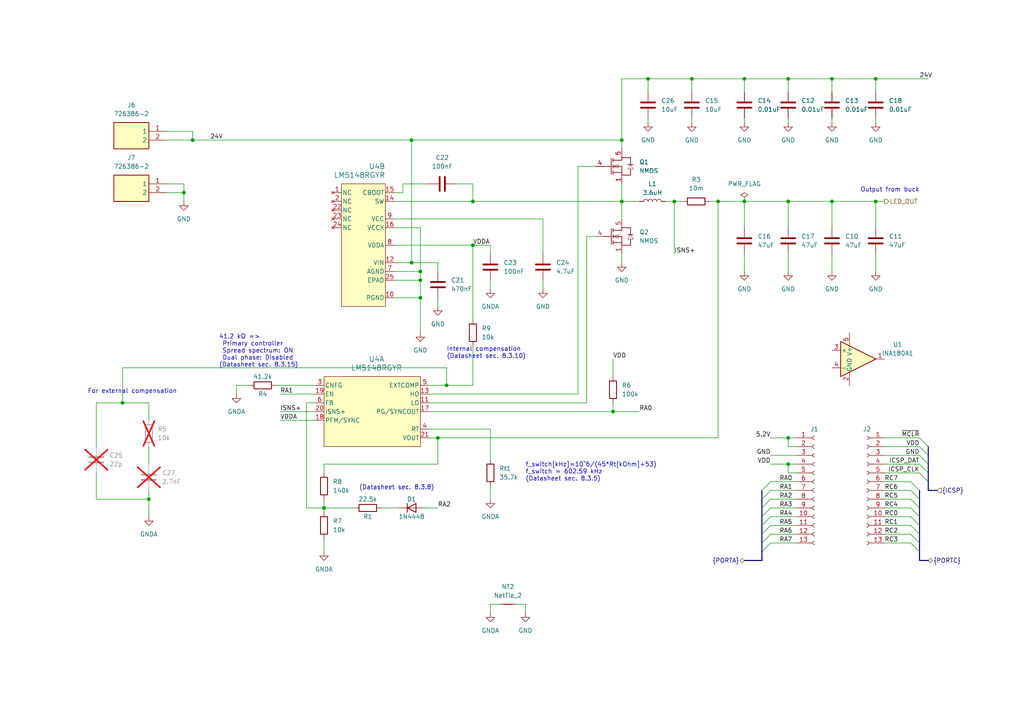
<source format=kicad_sch>
(kicad_sch (version 20230121) (generator eeschema)
  (paper "A4")
  (lib_symbols
    (symbol "Amplifier_Current:INA180A1" (pin_names (offset 0.127))
      (property "Reference" "U" (at 3.81 3.81 0))
      (property "Value" "INA180A1" (at 3.81 -2.54 0))
      (symbol "INA180A1_0_1"
        (polyline (pts (xy 5.08 0) (xy -5.08 5.08) (xy -5.08 -5.08) (xy 5.08 0)) (stroke (width 0.254)) (fill (type background)))
      )
      (symbol "INA180A1_1_1"
        (pin output line (at 7.62 0 180) (length 2.54) (name "~") (number "1"))
        (pin power_in line (at -2.54 -7.62 90) (length 3.81) (name "GND") (number "2"))
        (pin input line (at -7.62 2.54 0) (length 2.54) (name "+") (number "3"))
        (pin input line (at -7.62 -2.54 0) (length 2.54) (name "-") (number "4"))
        (pin power_in line (at -2.54 7.62 270) (length 3.81) (name "V+") (number "5"))
      )
    )
    (symbol "CSD18514Q5A_1" (pin_names (offset 0.254))
      (property "Reference" "Q1" (at 7.62 1.27 0))
      (property "Value" "NMOS" (at 7.62 -1.27 0))
      (symbol "CSD18514Q5A_1_0_1"
        (polyline (pts (xy -2.54 0) (xy -0.508 0)) (stroke (width 0.2032)))
        (polyline (pts (xy -0.508 2.286) (xy -0.508 -2.286)) (stroke (width 0.2032)))
        (polyline (pts (xy 0 -2.286) (xy 0 -1.27)) (stroke (width 0.2032)))
        (polyline (pts (xy 0 -0.508) (xy 0 0.508)) (stroke (width 0.2032)))
        (polyline (pts (xy 0 0) (xy 1.524 -0.508)) (stroke (width 0.1016)))
        (polyline (pts (xy 0 2.286) (xy 0 1.27)) (stroke (width 0.2032)))
        (polyline (pts (xy 1.524 -0.508) (xy 1.524 0.508)) (stroke (width 0.1016)))
        (polyline (pts (xy 1.524 0.508) (xy 0 0)) (stroke (width 0.1016)))
        (polyline (pts (xy 2.54 -2.54) (xy 5.08 -2.54)) (stroke (width 0.2032)))
        (polyline (pts (xy 2.54 -1.778) (xy 0 -1.778)) (stroke (width 0.2032)))
        (polyline (pts (xy 2.54 0) (xy 0 0)) (stroke (width 0.2032)))
        (polyline (pts (xy 2.54 0) (xy 2.54 -2.54)) (stroke (width 0.2032)))
        (polyline (pts (xy 2.54 1.778) (xy 0 1.778)) (stroke (width 0.2032)))
        (polyline (pts (xy 2.54 1.778) (xy 2.54 2.54)) (stroke (width 0.2032)))
        (polyline (pts (xy 2.54 2.54) (xy 5.08 2.54)) (stroke (width 0.2032)))
        (polyline (pts (xy 4.318 -0.762) (xy 5.842 -0.762)) (stroke (width 0.1016)))
        (polyline (pts (xy 4.318 0.508) (xy 5.842 0.508)) (stroke (width 0.2032)))
        (polyline (pts (xy 5.08 -2.54) (xy 5.08 -0.762)) (stroke (width 0.2032)))
        (polyline (pts (xy 5.08 0.508) (xy 4.318 -0.762)) (stroke (width 0.1016)))
        (polyline (pts (xy 5.08 2.54) (xy 5.08 0.508)) (stroke (width 0.2032)))
        (polyline (pts (xy 5.842 -0.762) (xy 5.08 0.508)) (stroke (width 0.1016)))
      )
      (symbol "CSD18514Q5A_1_1_1"
        (pin unspecified line (at 2.54 -5.08 90) (length 2.53) (name "") (number "1"))
        (pin unspecified line (at 2.54 -5.08 90) (length 2.53) hide (name "S") (number "2"))
        (pin unspecified line (at 2.54 -5.08 90) (length 2.53) hide (name "S") (number "3"))
        (pin unspecified line (at -5.08 0 0) (length 2.53) (name "") (number "4"))
        (pin unspecified line (at 2.54 5.08 270) (length 2.53) (name "") (number "5"))
        (pin unspecified line (at 2.54 5.08 270) (length 2.53) hide (name "D") (number "6"))
        (pin unspecified line (at 2.54 5.08 270) (length 2.53) hide (name "D") (number "7"))
        (pin unspecified line (at 2.54 5.08 270) (length 2.53) hide (name "D") (number "8"))
        (pin unspecified line (at 2.54 5.08 270) (length 2.53) hide (name "") (number "9"))
      )
    )
    (symbol "Connector:Conn_01x13_Socket" (pin_names (offset 1.016) hide)
      (property "Reference" "J" (at 0 17.78 0))
      (property "Value" "Conn_01x13_Socket" (at 0 -17.78 0))
      (symbol "Conn_01x13_Socket_1_1"
        (arc (start 0 -14.732) (mid -0.5058 -15.24) (end 0 -15.748) (stroke (width 0.1524)))
        (arc (start 0 -12.192) (mid -0.5058 -12.7) (end 0 -13.208) (stroke (width 0.1524)))
        (arc (start 0 -9.652) (mid -0.5058 -10.16) (end 0 -10.668) (stroke (width 0.1524)))
        (arc (start 0 -7.112) (mid -0.5058 -7.62) (end 0 -8.128) (stroke (width 0.1524)))
        (arc (start 0 -4.572) (mid -0.5058 -5.08) (end 0 -5.588) (stroke (width 0.1524)))
        (arc (start 0 -2.032) (mid -0.5058 -2.54) (end 0 -3.048) (stroke (width 0.1524)))
        (polyline (pts (xy -1.27 -15.24) (xy -0.508 -15.24)) (stroke (width 0.1524)))
        (polyline (pts (xy -1.27 -12.7) (xy -0.508 -12.7)) (stroke (width 0.1524)))
        (polyline (pts (xy -1.27 -10.16) (xy -0.508 -10.16)) (stroke (width 0.1524)))
        (polyline (pts (xy -1.27 -7.62) (xy -0.508 -7.62)) (stroke (width 0.1524)))
        (polyline (pts (xy -1.27 -5.08) (xy -0.508 -5.08)) (stroke (width 0.1524)))
        (polyline (pts (xy -1.27 -2.54) (xy -0.508 -2.54)) (stroke (width 0.1524)))
        (polyline (pts (xy -1.27 0) (xy -0.508 0)) (stroke (width 0.1524)))
        (polyline (pts (xy -1.27 2.54) (xy -0.508 2.54)) (stroke (width 0.1524)))
        (polyline (pts (xy -1.27 5.08) (xy -0.508 5.08)) (stroke (width 0.1524)))
        (polyline (pts (xy -1.27 7.62) (xy -0.508 7.62)) (stroke (width 0.1524)))
        (polyline (pts (xy -1.27 10.16) (xy -0.508 10.16)) (stroke (width 0.1524)))
        (polyline (pts (xy -1.27 12.7) (xy -0.508 12.7)) (stroke (width 0.1524)))
        (polyline (pts (xy -1.27 15.24) (xy -0.508 15.24)) (stroke (width 0.1524)))
        (arc (start 0 0.508) (mid -0.5058 0) (end 0 -0.508) (stroke (width 0.1524)))
        (arc (start 0 3.048) (mid -0.5058 2.54) (end 0 2.032) (stroke (width 0.1524)))
        (arc (start 0 5.588) (mid -0.5058 5.08) (end 0 4.572) (stroke (width 0.1524)))
        (arc (start 0 8.128) (mid -0.5058 7.62) (end 0 7.112) (stroke (width 0.1524)))
        (arc (start 0 10.668) (mid -0.5058 10.16) (end 0 9.652) (stroke (width 0.1524)))
        (arc (start 0 13.208) (mid -0.5058 12.7) (end 0 12.192) (stroke (width 0.1524)))
        (arc (start 0 15.748) (mid -0.5058 15.24) (end 0 14.732) (stroke (width 0.1524)))
        (pin passive line (at -5.08 15.24 0) (length 3.81) (name "Pin_1") (number "1"))
        (pin passive line (at -5.08 -7.62 0) (length 3.81) (name "Pin_10") (number "10"))
        (pin passive line (at -5.08 -10.16 0) (length 3.81) (name "Pin_11") (number "11"))
        (pin passive line (at -5.08 -12.7 0) (length 3.81) (name "Pin_12") (number "12"))
        (pin passive line (at -5.08 -15.24 0) (length 3.81) (name "Pin_13") (number "13"))
        (pin passive line (at -5.08 12.7 0) (length 3.81) (name "Pin_2") (number "2"))
        (pin passive line (at -5.08 10.16 0) (length 3.81) (name "Pin_3") (number "3"))
        (pin passive line (at -5.08 7.62 0) (length 3.81) (name "Pin_4") (number "4"))
        (pin passive line (at -5.08 5.08 0) (length 3.81) (name "Pin_5") (number "5"))
        (pin passive line (at -5.08 2.54 0) (length 3.81) (name "Pin_6") (number "6"))
        (pin passive line (at -5.08 0 0) (length 3.81) (name "Pin_7") (number "7"))
        (pin passive line (at -5.08 -2.54 0) (length 3.81) (name "Pin_8") (number "8"))
        (pin passive line (at -5.08 -5.08 0) (length 3.81) (name "Pin_9") (number "9"))
      )
    )
    (symbol "Device:C" (pin_numbers hide) (pin_names (offset 0.254))
      (property "Reference" "C" (at 0.635 2.54 0))
      (property "Value" "C" (at 0.635 -2.54 0))
      (symbol "C_0_1"
        (polyline (pts (xy -2.032 -0.762) (xy 2.032 -0.762)) (stroke (width 0.508)))
        (polyline (pts (xy -2.032 0.762) (xy 2.032 0.762)) (stroke (width 0.508)))
      )
      (symbol "C_1_1"
        (pin passive line (at 0 3.81 270) (length 2.794) (name "~") (number "1"))
        (pin passive line (at 0 -3.81 90) (length 2.794) (name "~") (number "2"))
      )
    )
    (symbol "Device:L" (pin_numbers hide) (pin_names (offset 1.016) hide)
      (property "Reference" "L" (at -1.27 0 90))
      (property "Value" "L" (at 1.905 0 90))
      (symbol "L_0_1"
        (arc (start 0 -2.54) (mid 0.6323 -1.905) (end 0 -1.27))
        (arc (start 0 -1.27) (mid 0.6323 -0.635) (end 0 0))
        (arc (start 0 0) (mid 0.6323 0.635) (end 0 1.27))
        (arc (start 0 1.27) (mid 0.6323 1.905) (end 0 2.54))
      )
      (symbol "L_1_1"
        (pin passive line (at 0 3.81 270) (length 1.27) (name "1") (number "1"))
        (pin passive line (at 0 -3.81 90) (length 1.27) (name "2") (number "2"))
      )
    )
    (symbol "Device:NetTie_2" (pin_numbers hide) (pin_names (offset 0) hide) (in_bom no)
      (property "Reference" "NT" (at 0 1.27 0))
      (property "Value" "NetTie_2" (at 0 -1.27 0))
      (symbol "NetTie_2_0_1"
        (polyline (pts (xy -1.27 0) (xy 1.27 0)) (stroke (width 0.254)))
      )
      (symbol "NetTie_2_1_1"
        (pin passive line (at -2.54 0 0) (length 2.54) (name "1") (number "1"))
        (pin passive line (at 2.54 0 180) (length 2.54) (name "2") (number "2"))
      )
    )
    (symbol "Device:R" (pin_numbers hide) (pin_names (offset 0))
      (property "Reference" "R" (at 2.032 0 90))
      (property "Value" "R" (at 0 0 90))
      (symbol "R_0_1"
        (rectangle (start -1.016 -2.54) (end 1.016 2.54) (stroke (width 0.254)))
      )
      (symbol "R_1_1"
        (pin passive line (at 0 3.81 270) (length 1.27) (name "~") (number "1"))
        (pin passive line (at 0 -3.81 90) (length 1.27) (name "~") (number "2"))
      )
    )
    (symbol "Diode:1N4448" (pin_numbers hide) (pin_names hide)
      (property "Reference" "D" (at 0 2.54 0))
      (property "Value" "1N4448" (at 0 -2.54 0))
      (symbol "1N4448_0_1"
        (polyline (pts (xy -1.27 1.27) (xy -1.27 -1.27)) (stroke (width 0.254)))
        (polyline (pts (xy 1.27 0) (xy -1.27 0)))
        (polyline (pts (xy 1.27 1.27) (xy 1.27 -1.27) (xy -1.27 0) (xy 1.27 1.27)) (stroke (width 0.254)))
      )
      (symbol "1N4448_1_1"
        (pin passive line (at -3.81 0 0) (length 2.54) (name "K") (number "1"))
        (pin passive line (at 3.81 0 180) (length 2.54) (name "A") (number "2"))
      )
    )
    (symbol "FASTON:726386-2"
      (property "Reference" "J" (at 16.51 7.62 0))
      (property "Value" "726386-2" (at 16.51 5.08 0))
      (symbol "726386-2_1_1"
        (rectangle (start 5.08 2.54) (end 15.24 -5.08) (stroke (width 0.254)) (fill (type background)))
        (pin passive line (at 0 0 0) (length 5.08) (name "1") (number "1"))
        (pin passive line (at 0 -2.54 0) (length 5.08) (name "2") (number "2"))
      )
    )
    (symbol "LM5148:LM5148RGYR" (pin_names (offset 0.254))
      (property "Reference" "U" (at 1.094 19.6949 0))
      (property "Value" "LM5148RGYR" (at 1.8042 17.1499 0))
      (symbol "LM5148RGYR_1_1"
        (rectangle (start -15.24 10.16) (end 12.7 -10.16) (fill (type background)))
        (pin output line (at 15.24 2.54 180) (length 2.54) (name "LO") (number "11"))
        (pin output line (at 15.24 5.08 180) (length 2.54) (name "HO") (number "13"))
        (pin output line (at 15.24 0 180) (length 2.54) (name "PG/SYNCOUT") (number "17"))
        (pin input line (at -17.78 -2.54 0) (length 2.54) (name "PFM/SYNC") (number "18"))
        (pin input line (at -17.78 5.08 0) (length 2.54) (name "EN") (number "19"))
        (pin input line (at -17.78 0 0) (length 2.54) (name "ISNS+") (number "20"))
        (pin unspecified line (at 15.24 -7.62 180) (length 2.54) (name "VOUT") (number "21"))
        (pin input line (at -17.78 7.62 0) (length 2.54) (name "CNFG") (number "3"))
        (pin output line (at 15.24 -5.08 180) (length 2.54) (name "RT") (number "4"))
        (pin output line (at 15.24 7.62 180) (length 2.54) (name "EXTCOMP") (number "5"))
        (pin input line (at -17.78 2.54 0) (length 2.54) (name "FB") (number "6"))
      )
      (symbol "LM5148RGYR_2_1"
        (rectangle (start -5.08 15.24) (end 7.62 -20.32) (fill (type background)))
        (pin no_connect line (at 10.16 12.7 180) (length 2.54) (name "NC") (number "1"))
        (pin power_out line (at -7.62 -17.78 0) (length 2.54) (name "PGND") (number "10"))
        (pin power_in line (at -7.62 -7.62 0) (length 2.54) (name "VIN") (number "12"))
        (pin power_out line (at -7.62 10.16 0) (length 2.54) (name "SW") (number "14"))
        (pin power_out line (at -7.62 12.7 0) (length 2.54) (name "CBOOT") (number "15"))
        (pin power_in line (at -7.62 2.54 0) (length 2.54) (name "VCCX") (number "16"))
        (pin no_connect line (at 10.16 10.16 180) (length 2.54) (name "NC") (number "2"))
        (pin no_connect line (at 10.16 7.62 180) (length 2.54) (name "NC") (number "22"))
        (pin no_connect line (at 10.16 5.08 180) (length 2.54) (name "NC") (number "23"))
        (pin no_connect line (at 10.16 2.54 180) (length 2.54) (name "NC") (number "24"))
        (pin power_out line (at -7.62 -12.7 0) (length 2.54) (name "EPAD") (number "25"))
        (pin power_out line (at -7.62 -10.16 0) (length 2.54) (name "AGND") (number "7"))
        (pin output line (at -7.62 -2.54 0) (length 2.54) (name "VDDA") (number "8"))
        (pin power_out line (at -7.62 5.08 0) (length 2.54) (name "VCC") (number "9"))
      )
    )
    (symbol "LM5148RGYR_1" (pin_names (offset 0.254))
      (property "Reference" "U" (at 1.094 19.6949 0))
      (property "Value" "LM5148RGYR" (at 1.8042 17.1499 0))
      (symbol "LM5148RGYR_1_1_1"
        (rectangle (start -15.24 10.16) (end 12.7 -10.16) (fill (type background)))
        (pin output line (at 15.24 2.54 180) (length 2.54) (name "LO") (number "11"))
        (pin output line (at 15.24 5.08 180) (length 2.54) (name "HO") (number "13"))
        (pin output line (at 15.24 0 180) (length 2.54) (name "PG/SYNCOUT") (number "17"))
        (pin input line (at -17.78 -2.54 0) (length 2.54) (name "PFM/SYNC") (number "18"))
        (pin input line (at -17.78 5.08 0) (length 2.54) (name "EN") (number "19"))
        (pin input line (at -17.78 0 0) (length 2.54) (name "ISNS+") (number "20"))
        (pin unspecified line (at 15.24 -7.62 180) (length 2.54) (name "VOUT") (number "21"))
        (pin input line (at -17.78 7.62 0) (length 2.54) (name "CNFG") (number "3"))
        (pin output line (at 15.24 -5.08 180) (length 2.54) (name "RT") (number "4"))
        (pin output line (at 15.24 7.62 180) (length 2.54) (name "EXTCOMP") (number "5"))
        (pin input line (at -17.78 2.54 0) (length 2.54) (name "FB") (number "6"))
      )
      (symbol "LM5148RGYR_1_2_1"
        (rectangle (start -5.08 15.24) (end 7.62 -20.32) (fill (type background)))
        (pin no_connect line (at 10.16 12.7 180) (length 2.54) (name "NC") (number "1"))
        (pin power_out line (at -7.62 -17.78 0) (length 2.54) (name "PGND") (number "10"))
        (pin power_in line (at -7.62 -7.62 0) (length 2.54) (name "VIN") (number "12"))
        (pin power_out line (at -7.62 10.16 0) (length 2.54) (name "SW") (number "14"))
        (pin power_out line (at -7.62 12.7 0) (length 2.54) (name "CBOOT") (number "15"))
        (pin power_in line (at -7.62 2.54 0) (length 2.54) (name "VCCX") (number "16"))
        (pin no_connect line (at 10.16 10.16 180) (length 2.54) (name "NC") (number "2"))
        (pin no_connect line (at 10.16 7.62 180) (length 2.54) (name "NC") (number "22"))
        (pin no_connect line (at 10.16 5.08 180) (length 2.54) (name "NC") (number "23"))
        (pin no_connect line (at 10.16 2.54 180) (length 2.54) (name "NC") (number "24"))
        (pin power_out line (at -7.62 -12.7 0) (length 2.54) (name "EPAD") (number "25"))
        (pin power_out line (at -7.62 -10.16 0) (length 2.54) (name "AGND") (number "7"))
        (pin output line (at -7.62 -2.54 0) (length 2.54) (name "VDDA") (number "8"))
        (pin power_out line (at -7.62 5.08 0) (length 2.54) (name "VCC") (number "9"))
      )
    )
    (symbol "NMOS-CSD18514:CSD18514Q5A" (pin_names (offset 0.254))
      (property "Reference" "U" (at 0 2.54 0))
      (property "Value" "CSD18514Q5A" (at 12.7 5.08 0))
      (symbol "CSD18514Q5A_0_1"
        (polyline (pts (xy -2.54 0) (xy -0.508 0)) (stroke (width 0.2032)))
        (polyline (pts (xy -0.508 2.286) (xy -0.508 -2.286)) (stroke (width 0.2032)))
        (polyline (pts (xy 0 -2.286) (xy 0 -1.27)) (stroke (width 0.2032)))
        (polyline (pts (xy 0 -0.508) (xy 0 0.508)) (stroke (width 0.2032)))
        (polyline (pts (xy 0 0) (xy 1.524 -0.508)) (stroke (width 0.1016)))
        (polyline (pts (xy 0 2.286) (xy 0 1.27)) (stroke (width 0.2032)))
        (polyline (pts (xy 1.524 -0.508) (xy 1.524 0.508)) (stroke (width 0.1016)))
        (polyline (pts (xy 1.524 0.508) (xy 0 0)) (stroke (width 0.1016)))
        (polyline (pts (xy 2.54 -2.54) (xy 5.08 -2.54)) (stroke (width 0.2032)))
        (polyline (pts (xy 2.54 -1.778) (xy 0 -1.778)) (stroke (width 0.2032)))
        (polyline (pts (xy 2.54 0) (xy 0 0)) (stroke (width 0.2032)))
        (polyline (pts (xy 2.54 0) (xy 2.54 -2.54)) (stroke (width 0.2032)))
        (polyline (pts (xy 2.54 1.778) (xy 0 1.778)) (stroke (width 0.2032)))
        (polyline (pts (xy 2.54 1.778) (xy 2.54 2.54)) (stroke (width 0.2032)))
        (polyline (pts (xy 2.54 2.54) (xy 5.08 2.54)) (stroke (width 0.2032)))
        (polyline (pts (xy 4.318 -0.762) (xy 5.842 -0.762)) (stroke (width 0.1016)))
        (polyline (pts (xy 4.318 0.508) (xy 5.842 0.508)) (stroke (width 0.2032)))
        (polyline (pts (xy 5.08 -2.54) (xy 5.08 -0.762)) (stroke (width 0.2032)))
        (polyline (pts (xy 5.08 0.508) (xy 4.318 -0.762)) (stroke (width 0.1016)))
        (polyline (pts (xy 5.08 2.54) (xy 5.08 0.508)) (stroke (width 0.2032)))
        (polyline (pts (xy 5.842 -0.762) (xy 5.08 0.508)) (stroke (width 0.1016)))
      )
      (symbol "CSD18514Q5A_1_1"
        (pin unspecified line (at 2.54 -5.08 90) (length 2.53) (name "") (number "1"))
        (pin unspecified line (at 2.54 -5.08 90) (length 2.53) hide (name "S") (number "2"))
        (pin unspecified line (at 2.54 -5.07 90) (length 2.53) hide (name "S") (number "3"))
        (pin unspecified line (at -5.08 0 0) (length 2.53) (name "") (number "4"))
        (pin unspecified line (at 2.54 5.08 270) (length 2.53) (name "") (number "5"))
        (pin unspecified line (at 2.54 5.08 270) (length 2.53) hide (name "D") (number "6"))
        (pin unspecified line (at 2.54 5.08 270) (length 2.53) hide (name "D") (number "7"))
        (pin unspecified line (at 2.54 5.08 270) (length 2.53) hide (name "D") (number "8"))
        (pin unspecified line (at 2.54 5.08 270) (length 2.53) hide (name "") (number "9"))
      )
    )
    (symbol "power:GND" (power) (pin_names (offset 0))
      (property "Value" "GND" (at 0 -3.81 0))
      (symbol "GND_0_1"
        (polyline (pts (xy 0 0) (xy 0 -1.27) (xy 1.27 -1.27) (xy 0 -2.54) (xy -1.27 -1.27) (xy 0 -1.27)))
      )
      (symbol "GND_1_1"
        (pin power_in line (at 0 0 270) (length 0) hide (name "GND") (number "1"))
      )
    )
    (symbol "power:GNDA" (power) (pin_names (offset 0))
      (property "Value" "GNDA" (at 0 -3.81 0))
      (symbol "GNDA_0_1"
        (polyline (pts (xy 0 0) (xy 0 -1.27) (xy 1.27 -1.27) (xy 0 -2.54) (xy -1.27 -1.27) (xy 0 -1.27)))
      )
      (symbol "GNDA_1_1"
        (pin power_in line (at 0 0 270) (length 0) hide (name "GNDA") (number "1"))
      )
    )
    (symbol "power:PWR_FLAG" (power) (pin_numbers hide) (pin_names (offset 0) hide)
      (property "Value" "PWR_FLAG" (at 0 3.81 0))
      (symbol "PWR_FLAG_0_0"
        (pin power_out line (at 0 0 90) (length 0) (name "pwr") (number "1"))
      )
      (symbol "PWR_FLAG_0_1"
        (polyline (pts (xy 0 0) (xy 0 1.27) (xy -1.016 1.905) (xy 0 2.54) (xy 1.016 1.905) (xy 0 1.27)))
      )
    )
  )
  (bus_alias "ICSP" (members "~{MCLR}" "VDD" "GND" "ICSP_DAT" "ICSP_CLK"))
  (bus_alias "PORTA" (members "RA0" "RA1" "RA2" "RA3" "RA4" "RA5" "RA6" "RA7"))
  (bus_alias "PORTC" (members "RC0" "RC1" "RC2" "RC3" "RC4" "RC5" "RC6" "RC7"))
  (junction (at 180.34 58.42))
  (junction (at 228.6 127))
  (junction (at 195.58 58.42))
  (junction (at 180.34 40.64))
  (junction (at 35.56 116.84))
  (junction (at 121.92 78.74))
  (junction (at 254 22.86))
  (junction (at 200.66 22.86))
  (junction (at 228.6 58.42))
  (junction (at 137.16 71.12))
  (junction (at 55.88 40.64))
  (junction (at 228.6 22.86))
  (junction (at 241.3 22.86))
  (junction (at 187.96 22.86))
  (junction (at 129.54 111.76))
  (junction (at 241.3 58.42))
  (junction (at 93.98 147.32))
  (junction (at 137.16 58.42))
  (junction (at 177.8 119.38))
  (junction (at 53.34 55.88))
  (junction (at 254 58.42))
  (junction (at 121.92 81.28))
  (junction (at 208.28 58.42))
  (junction (at 228.6 134.62))
  (junction (at 215.9 22.86))
  (junction (at 119.38 76.2))
  (junction (at 127 127))
  (junction (at 119.38 40.64))
  (junction (at 121.92 86.36))
  (junction (at 43.18 144.78))
  (junction (at 215.9 58.42))
  (bus_entry (at 223.52 152.4) (size -2.54 2.54))
  (bus_entry (at 223.52 139.7) (size -2.54 2.54))
  (bus_entry (at 223.52 147.32) (size -2.54 2.54))
  (bus_entry (at 264.16 157.48) (size 2.54 2.54))
  (bus_entry (at 264.16 144.78) (size 2.54 2.54))
  (bus_entry (at 223.52 149.86) (size -2.54 2.54))
  (bus_entry (at 269.24 137.16) (size -2.54 -2.54))
  (bus_entry (at 223.52 142.24) (size -2.54 2.54))
  (bus_entry (at 264.16 154.94) (size 2.54 2.54))
  (bus_entry (at 269.24 134.62) (size -2.54 -2.54))
  (bus_entry (at 223.52 154.94) (size -2.54 2.54))
  (bus_entry (at 264.16 152.4) (size 2.54 2.54))
  (bus_entry (at 269.24 139.7) (size -2.54 -2.54))
  (bus_entry (at 223.52 157.48) (size -2.54 2.54))
  (bus_entry (at 223.52 144.78) (size -2.54 2.54))
  (bus_entry (at 269.24 132.08) (size -2.54 -2.54))
  (bus_entry (at 269.24 129.54) (size -2.54 -2.54))
  (bus_entry (at 264.16 142.24) (size 2.54 2.54))
  (bus_entry (at 264.16 139.7) (size 2.54 2.54))
  (bus_entry (at 264.16 147.32) (size 2.54 2.54))
  (bus_entry (at 264.16 149.86) (size 2.54 2.54))
  (wire (pts (xy 228.6 129.54) (xy 231.14 129.54)))
  (wire (pts (xy 187.96 22.86) (xy 187.96 26.67)))
  (wire (pts (xy 187.96 22.86) (xy 200.66 22.86)))
  (bus (pts (xy 269.24 137.16) (xy 269.24 134.62)))
  (wire (pts (xy 48.26 38.1) (xy 55.88 38.1)))
  (bus (pts (xy 220.98 149.86) (xy 220.98 152.4)))
  (wire (pts (xy 215.9 58.42) (xy 215.9 66.04)))
  (wire (pts (xy 43.18 144.78) (xy 43.18 142.24)))
  (wire (pts (xy 27.94 144.78) (xy 43.18 144.78)))
  (wire (pts (xy 228.6 22.86) (xy 241.3 22.86)))
  (wire (pts (xy 200.66 34.29) (xy 200.66 35.56)))
  (bus (pts (xy 220.98 152.4) (xy 220.98 154.94)))
  (wire (pts (xy 228.6 137.16) (xy 228.6 134.62)))
  (bus (pts (xy 266.7 157.48) (xy 266.7 160.02)))
  (wire (pts (xy 200.66 22.86) (xy 215.9 22.86)))
  (wire (pts (xy 177.8 104.14) (xy 177.8 109.22)))
  (wire (pts (xy 170.18 68.58) (xy 172.72 68.58)))
  (wire (pts (xy 256.54 157.48) (xy 264.16 157.48)))
  (wire (pts (xy 180.34 53.34) (xy 180.34 58.42)))
  (wire (pts (xy 157.48 81.28) (xy 157.48 83.82)))
  (wire (pts (xy 231.14 137.16) (xy 228.6 137.16)))
  (wire (pts (xy 266.7 137.16) (xy 256.54 137.16)))
  (wire (pts (xy 119.38 40.64) (xy 180.34 40.64)))
  (wire (pts (xy 114.3 58.42) (xy 137.16 58.42)))
  (wire (pts (xy 114.3 63.5) (xy 157.48 63.5)))
  (wire (pts (xy 228.6 22.86) (xy 228.6 26.67)))
  (wire (pts (xy 241.3 22.86) (xy 254 22.86)))
  (wire (pts (xy 53.34 55.88) (xy 53.34 53.34)))
  (wire (pts (xy 88.9 147.32) (xy 93.98 147.32)))
  (wire (pts (xy 256.54 147.32) (xy 264.16 147.32)))
  (wire (pts (xy 127 76.2) (xy 119.38 76.2)))
  (wire (pts (xy 256.54 154.94) (xy 264.16 154.94)))
  (wire (pts (xy 254 58.42) (xy 254 66.04)))
  (bus (pts (xy 269.24 142.24) (xy 271.78 142.24)))
  (wire (pts (xy 142.24 140.97) (xy 142.24 144.78)))
  (wire (pts (xy 256.54 149.86) (xy 264.16 149.86)))
  (wire (pts (xy 241.3 58.42) (xy 254 58.42)))
  (wire (pts (xy 115.57 147.32) (xy 110.49 147.32)))
  (wire (pts (xy 124.46 127) (xy 127 127)))
  (wire (pts (xy 223.52 154.94) (xy 231.14 154.94)))
  (wire (pts (xy 208.28 58.42) (xy 208.28 127)))
  (wire (pts (xy 231.14 134.62) (xy 228.6 134.62)))
  (bus (pts (xy 269.24 139.7) (xy 269.24 137.16)))
  (wire (pts (xy 223.52 142.24) (xy 231.14 142.24)))
  (wire (pts (xy 223.52 152.4) (xy 231.14 152.4)))
  (wire (pts (xy 266.7 129.54) (xy 256.54 129.54)))
  (wire (pts (xy 228.6 73.66) (xy 228.6 78.74)))
  (wire (pts (xy 121.92 81.28) (xy 121.92 86.36)))
  (wire (pts (xy 170.18 116.84) (xy 170.18 68.58)))
  (wire (pts (xy 215.9 22.86) (xy 215.9 26.67)))
  (wire (pts (xy 167.64 48.26) (xy 172.72 48.26)))
  (wire (pts (xy 43.18 116.84) (xy 43.18 121.92)))
  (bus (pts (xy 266.7 142.24) (xy 266.7 144.78)))
  (wire (pts (xy 180.34 58.42) (xy 185.42 58.42)))
  (wire (pts (xy 241.3 58.42) (xy 241.3 66.04)))
  (wire (pts (xy 208.28 58.42) (xy 215.9 58.42)))
  (wire (pts (xy 215.9 73.66) (xy 215.9 78.74)))
  (wire (pts (xy 88.9 116.84) (xy 88.9 147.32)))
  (bus (pts (xy 269.24 132.08) (xy 269.24 129.54)))
  (wire (pts (xy 215.9 58.42) (xy 228.6 58.42)))
  (wire (pts (xy 93.98 134.62) (xy 127 134.62)))
  (wire (pts (xy 27.94 129.54) (xy 27.94 116.84)))
  (bus (pts (xy 266.7 144.78) (xy 266.7 147.32)))
  (wire (pts (xy 228.6 127) (xy 228.6 129.54)))
  (wire (pts (xy 254 34.29) (xy 254 35.56)))
  (bus (pts (xy 220.98 154.94) (xy 220.98 157.48)))
  (wire (pts (xy 48.26 53.34) (xy 53.34 53.34)))
  (wire (pts (xy 116.84 55.88) (xy 116.84 53.34)))
  (wire (pts (xy 114.3 76.2) (xy 119.38 76.2)))
  (bus (pts (xy 220.98 142.24) (xy 220.98 144.78)))
  (wire (pts (xy 129.54 111.76) (xy 129.54 106.68)))
  (wire (pts (xy 35.56 116.84) (xy 43.18 116.84)))
  (wire (pts (xy 132.08 53.34) (xy 137.16 53.34)))
  (wire (pts (xy 114.3 78.74) (xy 121.92 78.74)))
  (wire (pts (xy 116.84 53.34) (xy 124.46 53.34)))
  (wire (pts (xy 114.3 71.12) (xy 137.16 71.12)))
  (bus (pts (xy 266.7 147.32) (xy 266.7 149.86)))
  (wire (pts (xy 266.7 134.62) (xy 256.54 134.62)))
  (wire (pts (xy 187.96 34.29) (xy 187.96 35.56)))
  (wire (pts (xy 124.46 124.46) (xy 142.24 124.46)))
  (wire (pts (xy 256.54 142.24) (xy 264.16 142.24)))
  (wire (pts (xy 193.04 58.42) (xy 195.58 58.42)))
  (wire (pts (xy 121.92 86.36) (xy 114.3 86.36)))
  (wire (pts (xy 123.19 147.32) (xy 127 147.32)))
  (wire (pts (xy 180.34 73.66) (xy 180.34 76.2)))
  (bus (pts (xy 220.98 157.48) (xy 220.98 160.02)))
  (bus (pts (xy 266.7 162.56) (xy 269.24 162.56)))
  (wire (pts (xy 124.46 114.3) (xy 167.64 114.3)))
  (wire (pts (xy 223.52 147.32) (xy 231.14 147.32)))
  (wire (pts (xy 27.94 137.16) (xy 27.94 144.78)))
  (wire (pts (xy 53.34 58.42) (xy 53.34 55.88)))
  (wire (pts (xy 167.64 114.3) (xy 167.64 48.26)))
  (wire (pts (xy 137.16 53.34) (xy 137.16 58.42)))
  (wire (pts (xy 200.66 22.86) (xy 200.66 26.67)))
  (bus (pts (xy 220.98 144.78) (xy 220.98 147.32)))
  (wire (pts (xy 241.3 73.66) (xy 241.3 78.74)))
  (wire (pts (xy 81.28 121.92) (xy 91.44 121.92)))
  (wire (pts (xy 256.54 139.7) (xy 264.16 139.7)))
  (wire (pts (xy 254 22.86) (xy 254 26.67)))
  (wire (pts (xy 180.34 58.42) (xy 180.34 63.5)))
  (wire (pts (xy 81.28 119.38) (xy 91.44 119.38)))
  (wire (pts (xy 68.58 111.76) (xy 68.58 114.3)))
  (wire (pts (xy 80.01 111.76) (xy 91.44 111.76)))
  (wire (pts (xy 228.6 127) (xy 223.52 127)))
  (wire (pts (xy 142.24 175.26) (xy 144.78 175.26)))
  (wire (pts (xy 124.46 119.38) (xy 177.8 119.38)))
  (wire (pts (xy 208.28 58.42) (xy 205.74 58.42)))
  (wire (pts (xy 127 127) (xy 127 134.62)))
  (wire (pts (xy 149.86 175.26) (xy 152.4 175.26)))
  (wire (pts (xy 142.24 73.66) (xy 142.24 71.12)))
  (wire (pts (xy 223.52 149.86) (xy 231.14 149.86)))
  (bus (pts (xy 266.7 160.02) (xy 266.7 162.56)))
  (wire (pts (xy 27.94 116.84) (xy 35.56 116.84)))
  (wire (pts (xy 55.88 38.1) (xy 55.88 40.64)))
  (wire (pts (xy 241.3 22.86) (xy 241.3 26.67)))
  (wire (pts (xy 223.52 157.48) (xy 231.14 157.48)))
  (wire (pts (xy 35.56 106.68) (xy 35.56 116.84)))
  (wire (pts (xy 223.52 139.7) (xy 231.14 139.7)))
  (wire (pts (xy 129.54 111.76) (xy 124.46 111.76)))
  (wire (pts (xy 137.16 100.33) (xy 137.16 111.76)))
  (wire (pts (xy 93.98 144.78) (xy 93.98 147.32)))
  (wire (pts (xy 43.18 144.78) (xy 43.18 149.86)))
  (wire (pts (xy 137.16 111.76) (xy 129.54 111.76)))
  (wire (pts (xy 195.58 58.42) (xy 198.12 58.42)))
  (wire (pts (xy 72.39 111.76) (xy 68.58 111.76)))
  (bus (pts (xy 269.24 134.62) (xy 269.24 132.08)))
  (wire (pts (xy 195.58 73.66) (xy 195.58 58.42)))
  (wire (pts (xy 142.24 81.28) (xy 142.24 83.82)))
  (wire (pts (xy 266.7 127) (xy 256.54 127)))
  (wire (pts (xy 121.92 78.74) (xy 121.92 81.28)))
  (wire (pts (xy 256.54 144.78) (xy 264.16 144.78)))
  (wire (pts (xy 177.8 116.84) (xy 177.8 119.38)))
  (wire (pts (xy 114.3 55.88) (xy 116.84 55.88)))
  (bus (pts (xy 266.7 154.94) (xy 266.7 157.48)))
  (wire (pts (xy 93.98 147.32) (xy 93.98 148.59)))
  (wire (pts (xy 228.6 58.42) (xy 241.3 58.42)))
  (wire (pts (xy 129.54 106.68) (xy 35.56 106.68)))
  (wire (pts (xy 127 127) (xy 208.28 127)))
  (wire (pts (xy 231.14 127) (xy 228.6 127)))
  (wire (pts (xy 114.3 81.28) (xy 121.92 81.28)))
  (bus (pts (xy 220.98 147.32) (xy 220.98 149.86)))
  (wire (pts (xy 137.16 71.12) (xy 142.24 71.12)))
  (bus (pts (xy 266.7 152.4) (xy 266.7 154.94)))
  (wire (pts (xy 137.16 71.12) (xy 137.16 92.71)))
  (wire (pts (xy 93.98 134.62) (xy 93.98 137.16)))
  (wire (pts (xy 254 22.86) (xy 269.24 22.86)))
  (wire (pts (xy 254 58.42) (xy 256.54 58.42)))
  (wire (pts (xy 81.28 114.3) (xy 91.44 114.3)))
  (wire (pts (xy 48.26 55.88) (xy 53.34 55.88)))
  (wire (pts (xy 43.18 129.54) (xy 43.18 134.62)))
  (bus (pts (xy 215.9 162.56) (xy 220.98 162.56)))
  (wire (pts (xy 215.9 22.86) (xy 228.6 22.86)))
  (wire (pts (xy 180.34 22.86) (xy 187.96 22.86)))
  (wire (pts (xy 127 78.74) (xy 127 76.2)))
  (wire (pts (xy 152.4 175.26) (xy 152.4 177.8)))
  (wire (pts (xy 180.34 40.64) (xy 180.34 22.86)))
  (wire (pts (xy 256.54 152.4) (xy 264.16 152.4)))
  (bus (pts (xy 266.7 149.86) (xy 266.7 152.4)))
  (bus (pts (xy 269.24 142.24) (xy 269.24 139.7)))
  (wire (pts (xy 121.92 86.36) (xy 121.92 96.52)))
  (wire (pts (xy 223.52 144.78) (xy 231.14 144.78)))
  (wire (pts (xy 114.3 66.04) (xy 121.92 66.04)))
  (wire (pts (xy 223.52 132.08) (xy 231.14 132.08)))
  (wire (pts (xy 55.88 40.64) (xy 119.38 40.64)))
  (wire (pts (xy 266.7 132.08) (xy 256.54 132.08)))
  (wire (pts (xy 241.3 34.29) (xy 241.3 35.56)))
  (wire (pts (xy 177.8 119.38) (xy 185.42 119.38)))
  (wire (pts (xy 48.26 40.64) (xy 55.88 40.64)))
  (wire (pts (xy 228.6 34.29) (xy 228.6 35.56)))
  (wire (pts (xy 127 86.36) (xy 127 88.9)))
  (wire (pts (xy 228.6 58.42) (xy 228.6 66.04)))
  (wire (pts (xy 121.92 66.04) (xy 121.92 78.74)))
  (bus (pts (xy 220.98 160.02) (xy 220.98 162.56)))
  (wire (pts (xy 93.98 147.32) (xy 102.87 147.32)))
  (wire (pts (xy 124.46 116.84) (xy 170.18 116.84)))
  (wire (pts (xy 180.34 43.18) (xy 180.34 40.64)))
  (wire (pts (xy 157.48 73.66) (xy 157.48 63.5)))
  (wire (pts (xy 137.16 58.42) (xy 180.34 58.42)))
  (wire (pts (xy 91.44 116.84) (xy 88.9 116.84)))
  (wire (pts (xy 142.24 177.8) (xy 142.24 175.26)))
  (wire (pts (xy 142.24 124.46) (xy 142.24 133.35)))
  (wire (pts (xy 254 73.66) (xy 254 78.74)))
  (wire (pts (xy 93.98 156.21) (xy 93.98 160.02)))
  (wire (pts (xy 119.38 40.64) (xy 119.38 76.2)))
  (wire (pts (xy 228.6 134.62) (xy 223.52 134.62)))
  (wire (pts (xy 215.9 34.29) (xy 215.9 35.56)))
  (rectangle (start 297.18 132.08) (end 297.18 132.08))
  (text "For external compensation" (at 25.4 114.3 0) (effects (font (size 1.27 1.27)) (justify left bottom)))
  (text "f_switch[kHz]=10^6/(45*Rt[kOhm]+53)\nf_switch = 602.59 kHz\n(Datasheet sec. 8.3.5)" (at 152.4 139.7 0) (effects (font (size 1.27 1.27)) (justify left bottom)))
  (text "Output from buck\n" (at 266.7 55.88 0) (effects (font (size 1.27 1.27)) (justify right bottom)))
  (text "41.2 kΩ =>\n Primary controller\n Spread spectrum: ON\n Dual phase: Disabled\n(Datasheet sec. 8.3.15)" (at 63.5 106.68 0) (effects (font (size 1.27 1.27)) (justify left bottom)))
  (text "Internal compensation\n(Datasheet sec. 8.3.10)" (at 129.54 104.14 0) (effects (font (size 1.27 1.27)) (justify left bottom)))
  (text "(Datasheet sec. 8.3.8)" (at 104.14 142.24 0) (effects (font (size 1.27 1.27)) (justify left bottom)))
  (label "RA2" (at 127 147.32 0))
  (label "ISNS+" (at 195.58 73.66 0))
  (label "RA1" (at 226.06 142.24 0))
  (label "RC7" (at 256.54 139.7 0))
  (label "RC5" (at 256.54 144.78 0))
  (label "VDD" (at 223.52 134.62 180))
  (label "RA2" (at 226.06 144.78 0))
  (label "24V" (at 60.96 40.64 0))
  (label "RA5" (at 226.06 152.4 0))
  (label "5.2V" (at 223.52 127 180))
  (label "ICSP_DAT" (at 266.7 134.62 180))
  (label "RA1" (at 81.28 114.3 0))
  (label "RA6" (at 226.06 154.94 0))
  (label "~{MCLR}" (at 266.7 127 180))
  (label "RA0" (at 185.42 119.38 0))
  (label "GND" (at 266.7 132.08 180))
  (label "GND" (at 223.52 132.08 180))
  (label "RA3" (at 226.06 147.32 0))
  (label "RC1" (at 256.54 152.4 0))
  (label "RA0" (at 226.06 139.7 0))
  (label "RC4" (at 256.54 147.32 0))
  (label "RC3" (at 256.54 157.48 0))
  (label "RA7" (at 226.06 157.48 0))
  (label "VDDA" (at 137.16 71.12 0))
  (label "RC0" (at 256.54 149.86 0))
  (label "ISNS+" (at 81.28 119.38 0))
  (label "VDD" (at 177.8 104.14 0))
  (label "RC2" (at 256.54 154.94 0))
  (label "RA4" (at 226.06 149.86 0))
  (label "24V" (at 266.7 22.86 0))
  (label "RC6" (at 256.54 142.24 0))
  (label "VDD" (at 266.7 129.54 180))
  (label "VDDA" (at 81.28 121.92 0))
  (label "ICSP_CLK" (at 266.7 137.16 180))
  (hierarchical_label "{PORTA}" (shape bidirectional) (at 215.9 162.56 180))
  (hierarchical_label "{PORTC}" (shape bidirectional) (at 269.24 162.56 0))
  (hierarchical_label "{ICSP}" (shape input) (at 271.78 142.24 0))
  (hierarchical_label "LED_OUT" (shape output) (at 256.54 58.42 0))
  (symbol (lib_id "Device:C") (at 241.3 69.85 0) (unit 1)
    (property "Reference" "C10" (at 245.11 68.58 0) (effects (justify left)))
    (property "Value" "47uF" (at 245.11 71.12 0) (effects (justify left)))
    (property "Footprint" "Capacitor_SMD:C_1210_3225Metric_Pad1.33x2.70mm_HandSolder" (effects hide))
  )
  (symbol (lib_id "Device:R") (at 106.68 147.32 90) (unit 1)
    (property "Reference" "R1" (at 106.68 149.86 90))
    (property "Value" "22.5k" (at 106.68 144.78 90))
    (property "Footprint" "Resistor_SMD:R_0805_2012Metric_Pad1.20x1.40mm_HandSolder" (effects hide))
  )
  (symbol (lib_id "Device:R") (at 43.18 125.73 0) (unit 1) (dnp yes)
    (property "Reference" "R5" (at 45.72 124.46 0) (effects (justify left)))
    (property "Value" "10k" (at 45.72 127 0) (effects (justify left)))
    (property "Footprint" "Resistor_SMD:R_0805_2012Metric_Pad1.20x1.40mm_HandSolder" (effects hide))
  )
  (symbol (lib_id "Device:R") (at 201.93 58.42 270) (mirror x) (unit 1)
    (property "Reference" "R3" (at 201.93 52.07 90))
    (property "Value" "10m" (at 201.93 54.61 90))
    (property "Footprint" "Resistor_SMD:R_0815_2038Metric_Pad1.20x4.05mm_HandSolder" (effects hide))
  )
  (symbol (lib_id "Device:C") (at 157.48 77.47 0) (unit 1)
    (property "Reference" "C24" (at 161.29 76.2 0) (effects (justify left)))
    (property "Value" "4.7uF" (at 161.29 78.74 0) (effects (justify left)))
    (property "Footprint" "Capacitor_SMD:C_0805_2012Metric_Pad1.18x1.45mm_HandSolder" (effects hide))
  )
  (symbol (lib_id "power:GNDA") (at 68.58 114.3 0) (unit 1)
    (property "Reference" "#PWR027" (effects hide))
    (property "Value" "GNDA" (at 68.58 119.38 0))
  )
  (symbol (lib_id "power:GND") (at 215.9 35.56 0) (unit 1)
    (property "Reference" "#PWR039" (effects hide))
    (property "Value" "GND" (at 215.9 40.64 0))
  )
  (symbol (lib_id "Device:C") (at 228.6 69.85 0) (unit 1)
    (property "Reference" "C17" (at 232.41 68.58 0) (effects (justify left)))
    (property "Value" "47uF" (at 232.41 71.12 0) (effects (justify left)))
    (property "Footprint" "Capacitor_SMD:C_1210_3225Metric_Pad1.33x2.70mm_HandSolder" (effects hide))
  )
  (symbol (lib_id "power:GND") (at 228.6 35.56 0) (unit 1)
    (property "Reference" "#PWR040" (effects hide))
    (property "Value" "GND" (at 228.6 40.64 0))
  )
  (symbol (lib_id "Device:R") (at 142.24 137.16 0) (unit 1)
    (property "Reference" "Rt1" (at 144.78 135.89 0) (effects (justify left)))
    (property "Value" "35.7k" (at 144.78 138.43 0) (effects (justify left)))
    (property "Footprint" "Resistor_SMD:R_0805_2012Metric_Pad1.20x1.40mm_HandSolder" (effects hide))
  )
  (symbol (lib_id "power:GND") (at 228.6 78.74 0) (unit 1)
    (property "Reference" "#PWR019" (effects hide))
    (property "Value" "GND" (at 228.6 83.82 0))
  )
  (symbol (lib_id "power:GND") (at 254 78.74 0) (unit 1)
    (property "Reference" "#PWR021" (effects hide))
    (property "Value" "GND" (at 254 83.82 0))
  )
  (symbol (lib_id "power:GND") (at 180.34 76.2 0) (unit 1)
    (property "Reference" "#PWR031" (effects hide))
    (property "Value" "GND" (at 180.34 81.28 0))
  )
  (symbol (lib_id "Connector:Conn_01x13_Socket") (at 251.46 142.24 0) (mirror y) (unit 1)
    (property "Reference" "J2" (at 251.46 124.46 0))
    (property "Value" "Conn_01x13_Socket" (effects hide))
    (property "Footprint" "Connector_PinSocket_2.54mm:PinSocket_1x13_P2.54mm_Vertical" (effects hide))
  )
  (symbol (lib_id "power:GNDA") (at 142.24 144.78 0) (unit 1)
    (property "Reference" "#PWR029" (effects hide))
    (property "Value" "GNDA" (at 142.24 149.86 0))
  )
  (symbol (lib_name "LM5148RGYR_1") (lib_id "LM5148:LM5148RGYR") (at 106.68 68.58 0) (mirror y) (unit 2)
    (property "Reference" "U4" (at 111.76 48.26 0) (effects (font (size 1.524 1.524)) (justify left)))
    (property "Value" "LM5148RGYR" (at 111.76 50.8 0) (effects (font (size 1.524 1.524)) (justify left)))
    (property "Footprint" "LM5148:VQFN24_RGY_TEX" (effects hide))
    (property "Datasheet" "LM5148RGYR" (effects hide))
  )
  (symbol (lib_id "power:GND") (at 53.34 58.42 0) (unit 1)
    (property "Reference" "#PWR08" (effects hide))
    (property "Value" "GND" (at 53.34 63.5 0))
  )
  (symbol (lib_id "Device:C") (at 215.9 69.85 0) (unit 1)
    (property "Reference" "C16" (at 219.71 68.58 0) (effects (justify left)))
    (property "Value" "47uF" (at 219.71 71.12 0) (effects (justify left)))
    (property "Footprint" "Capacitor_SMD:C_1210_3225Metric_Pad1.33x2.70mm_HandSolder" (effects hide))
  )
  (symbol (lib_id "Device:R") (at 137.16 96.52 0) (unit 1)
    (property "Reference" "R9" (at 139.7 95.25 0) (effects (justify left)))
    (property "Value" "10k" (at 139.7 97.79 0) (effects (justify left)))
    (property "Footprint" "Resistor_SMD:R_0805_2012Metric_Pad1.20x1.40mm_HandSolder" (effects hide))
  )
  (symbol (lib_id "Connector:Conn_01x13_Socket") (at 236.22 142.24 0) (unit 1)
    (property "Reference" "J1" (at 236.22 124.46 0))
    (property "Value" "Conn_01x13_Socket" (effects hide))
    (property "Footprint" "Connector_PinSocket_2.54mm:PinSocket_1x13_P2.54mm_Vertical" (effects hide))
  )
  (symbol (lib_id "power:GND") (at 241.3 35.56 0) (unit 1)
    (property "Reference" "#PWR041" (effects hide))
    (property "Value" "GND" (at 241.3 40.64 0))
  )
  (symbol (lib_id "Device:C") (at 142.24 77.47 0) (unit 1)
    (property "Reference" "C23" (at 146.05 76.2 0) (effects (justify left)))
    (property "Value" "100nF" (at 146.05 78.74 0) (effects (justify left)))
    (property "Footprint" "Capacitor_SMD:C_0805_2012Metric_Pad1.18x1.45mm_HandSolder" (effects hide))
  )
  (symbol (lib_id "Device:C") (at 43.18 138.43 0) (unit 1) (dnp yes)
    (property "Reference" "C27" (at 46.99 137.16 0) (effects (justify left)))
    (property "Value" "2.7nF" (at 46.99 139.7 0) (effects (justify left)))
    (property "Footprint" "Capacitor_SMD:C_0805_2012Metric_Pad1.18x1.45mm_HandSolder" (effects hide))
  )
  (symbol (lib_id "Device:C") (at 187.96 30.48 0) (unit 1)
    (property "Reference" "C26" (at 191.77 29.21 0) (effects (justify left)))
    (property "Value" "10uF" (at 191.77 31.75 0) (effects (justify left)))
    (property "Footprint" "Capacitor_SMD:C_1210_3225Metric_Pad1.33x2.70mm_HandSolder" (effects hide))
  )
  (symbol (lib_id "FASTON:726386-2") (at 48.26 53.34 0) (mirror y) (unit 1)
    (property "Reference" "J7" (at 38.1 45.72 0))
    (property "Value" "726386-2" (at 38.1 48.26 0))
    (property "Footprint" "726386-2" (effects hide))
    (property "Datasheet" "http://www.te.com/commerce/DocumentDelivery/DDEController?Action=showdoc&DocId=Customer+Drawing%7F726386%7FG%7Fpdf%7FEnglish%7FENG_CD_726386_G.pdf%7F1-726386-2" (effects hide))
    (property "Mouser Part Number" "571-726386-2" (effects hide))
    (property "Mouser Price/Stock" "https://www.mouser.co.uk/ProductDetail/TE-Connectivity-AMP/726386-2?qs=sd1rtLGwt4569WB7PEOdPA%3D%3D" (effects hide))
    (property "Manufacturer_Name" "TE Connectivity" (effects hide))
    (property "Manufacturer_Part_Number" "726386-2" (effects hide))
  )
  (symbol (lib_id "power:GNDA") (at 142.24 83.82 0) (unit 1)
    (property "Reference" "#PWR036" (effects hide))
    (property "Value" "GNDA" (at 142.24 88.9 0))
  )
  (symbol (lib_id "Diode:1N4448") (at 119.38 147.32 0) (unit 1)
    (property "Reference" "D1" (at 119.38 144.78 0))
    (property "Value" "1N4448" (at 119.38 149.86 0))
    (property "Footprint" "Diode_SMD:D_SOD-523" (effects hide))
    (property "Datasheet" "https://assets.nexperia.com/documents/data-sheet/1N4148_1N4448.pdf" (effects hide))
    (property "Sim.Device" "D" (effects hide))
    (property "Sim.Pins" "1=K 2=A" (effects hide))
  )
  (symbol (lib_id "Device:C") (at 128.27 53.34 90) (unit 1)
    (property "Reference" "C22" (at 128.27 45.72 90))
    (property "Value" "100nF" (at 128.27 48.26 90))
    (property "Footprint" "Capacitor_SMD:C_0805_2012Metric_Pad1.18x1.45mm_HandSolder" (effects hide))
  )
  (symbol (lib_id "power:GNDA") (at 142.24 177.8 0) (unit 1)
    (property "Reference" "#PWR046" (effects hide))
    (property "Value" "GNDA" (at 142.24 182.88 0))
  )
  (symbol (lib_id "power:GNDA") (at 43.18 149.86 0) (unit 1)
    (property "Reference" "#PWR032" (effects hide))
    (property "Value" "GNDA" (at 43.18 154.94 0))
  )
  (symbol (lib_id "power:GND") (at 127 88.9 0) (mirror y) (unit 1)
    (property "Reference" "#PWR038" (effects hide))
    (property "Value" "GND" (at 127 93.98 0))
  )
  (symbol (lib_id "power:GND") (at 215.9 78.74 0) (unit 1)
    (property "Reference" "#PWR030" (effects hide))
    (property "Value" "GND" (at 215.9 83.82 0))
  )
  (symbol (lib_id "Device:C") (at 215.9 30.48 0) (unit 1)
    (property "Reference" "C14" (at 219.71 29.21 0) (effects (justify left)))
    (property "Value" "0.01uF" (at 219.71 31.75 0) (effects (justify left)))
    (property "Footprint" "Capacitor_SMD:C_0805_2012Metric_Pad1.18x1.45mm_HandSolder" (effects hide))
  )
  (symbol (lib_id "power:GND") (at 187.96 35.56 0) (unit 1)
    (property "Reference" "#PWR033" (effects hide))
    (property "Value" "GND" (at 187.96 40.64 0))
  )
  (symbol (lib_id "Device:L") (at 189.23 58.42 270) (mirror x) (unit 1)
    (property "Reference" "L1" (at 189.23 53.34 90))
    (property "Value" "3.6uH" (at 189.23 55.88 90))
    (property "Footprint" "Inductor_SMD:L_Bourns-SRN8040_8x8.15mm" (effects hide))
  )
  (symbol (lib_id "LM5148:LM5148RGYR") (at 109.22 119.38 0) (unit 1)
    (property "Reference" "U4" (at 109.22 104.14 0) (effects (font (size 1.524 1.524))))
    (property "Value" "LM5148RGYR" (at 109.22 106.68 0) (effects (font (size 1.524 1.524))))
    (property "Footprint" "LM5148:VQFN24_RGY_TEX" (effects hide))
    (property "Datasheet" "LM5148RGYR" (effects hide))
  )
  (symbol (lib_id "Device:C") (at 127 82.55 0) (unit 1)
    (property "Reference" "C21" (at 130.81 81.28 0) (effects (justify left)))
    (property "Value" "470nF" (at 130.81 83.82 0) (effects (justify left)))
    (property "Footprint" "Capacitor_SMD:C_0805_2012Metric_Pad1.18x1.45mm_HandSolder" (effects hide))
  )
  (symbol (lib_id "power:PWR_FLAG") (at 215.9 58.42 0) (unit 1)
    (property "Reference" "#FLG01" (effects hide))
    (property "Value" "PWR_FLAG" (at 215.9 53.34 0))
  )
  (symbol (lib_id "Device:R") (at 76.2 111.76 90) (unit 1)
    (property "Reference" "R4" (at 76.2 114.3 90))
    (property "Value" "41.2k" (at 76.2 109.22 90))
    (property "Footprint" "Resistor_SMD:R_0805_2012Metric_Pad1.20x1.40mm_HandSolder" (effects hide))
  )
  (symbol (lib_id "Device:C") (at 27.94 133.35 0) (unit 1) (dnp yes)
    (property "Reference" "C25" (at 31.75 132.08 0) (effects (justify left)))
    (property "Value" "22p" (at 31.75 134.62 0) (effects (justify left)))
    (property "Footprint" "Capacitor_SMD:C_0805_2012Metric_Pad1.18x1.45mm_HandSolder" (effects hide))
  )
  (symbol (lib_id "Device:C") (at 254 30.48 0) (unit 1)
    (property "Reference" "C18" (at 257.81 29.21 0) (effects (justify left)))
    (property "Value" "0.01uF" (at 257.81 31.75 0) (effects (justify left)))
    (property "Footprint" "Capacitor_SMD:C_0805_2012Metric_Pad1.18x1.45mm_HandSolder" (effects hide))
  )
  (symbol (lib_id "Device:R") (at 93.98 152.4 0) (unit 1)
    (property "Reference" "R7" (at 96.52 151.13 0) (effects (justify left)))
    (property "Value" "10k" (at 96.52 153.67 0) (effects (justify left)))
    (property "Footprint" "Resistor_SMD:R_0805_2012Metric_Pad1.20x1.40mm_HandSolder" (effects hide))
  )
  (symbol (lib_id "Amplifier_Current:INA180A1") (at 248.92 104.14 0) (unit 1)
    (property "Reference" "U1" (at 260.35 99.9491 0))
    (property "Value" "INA180A1" (at 260.35 102.4891 0))
    (property "Footprint" "Package_TO_SOT_SMD:SOT-23-5" (effects hide))
    (property "Datasheet" "http://www.ti.com/lit/ds/symlink/ina180.pdf" (effects hide))
  )
  (symbol (lib_id "power:GND") (at 241.3 78.74 0) (unit 1)
    (property "Reference" "#PWR020" (effects hide))
    (property "Value" "GND" (at 241.3 83.82 0))
  )
  (symbol (lib_id "Device:C") (at 228.6 30.48 0) (unit 1)
    (property "Reference" "C12" (at 232.41 29.21 0) (effects (justify left)))
    (property "Value" "0.01uF" (at 232.41 31.75 0) (effects (justify left)))
    (property "Footprint" "Capacitor_SMD:C_0805_2012Metric_Pad1.18x1.45mm_HandSolder" (effects hide))
  )
  (symbol (lib_id "Device:C") (at 200.66 30.48 0) (unit 1)
    (property "Reference" "C15" (at 204.47 29.21 0) (effects (justify left)))
    (property "Value" "10uF" (at 204.47 31.75 0) (effects (justify left)))
    (property "Footprint" "Capacitor_SMD:C_1210_3225Metric_Pad1.33x2.70mm_HandSolder" (effects hide))
  )
  (symbol (lib_id "NMOS-CSD18514:CSD18514Q5A") (at 177.8 68.58 0) (unit 1)
    (property "Reference" "Q2" (at 185.42 67.31 0) (effects (justify left)))
    (property "Value" "NMOS" (at 185.42 69.85 0) (effects (justify left)))
    (property "Footprint" "NMOS-CSD18514:DQJ0008A" (effects hide))
    (property "Datasheet" "CSD18514Q5A" (effects hide))
    (property "Sim.Device" "NMOS" (effects hide))
    (property "Sim.Type" "VDMOS" (effects hide))
    (property "Sim.Pins" "1=D 2=G 3=S" (effects hide))
  )
  (symbol (lib_id "power:GNDA") (at 93.98 160.02 0) (unit 1)
    (property "Reference" "#PWR028" (effects hide))
    (property "Value" "GNDA" (at 93.98 165.1 0))
  )
  (symbol (lib_id "Device:NetTie_2") (at 147.32 175.26 0) (unit 1) (in_bom no)
    (property "Reference" "NT2" (at 147.32 170.18 0))
    (property "Value" "NetTie_2" (at 147.32 172.72 0))
    (property "Footprint" "NetTie:NetTie-2_SMD_Pad0.5mm" (effects hide))
  )
  (symbol (lib_id "power:GND") (at 121.92 96.52 0) (mirror y) (unit 1)
    (property "Reference" "#PWR035" (effects hide))
    (property "Value" "GND" (at 121.92 101.6 0))
  )
  (symbol (lib_id "Device:C") (at 241.3 30.48 0) (unit 1)
    (property "Reference" "C13" (at 245.11 29.21 0) (effects (justify left)))
    (property "Value" "0.01uF" (at 245.11 31.75 0) (effects (justify left)))
    (property "Footprint" "Capacitor_SMD:C_0805_2012Metric_Pad1.18x1.45mm_HandSolder" (effects hide))
  )
  (symbol (lib_id "Device:C") (at 254 69.85 0) (unit 1)
    (property "Reference" "C11" (at 257.81 68.58 0) (effects (justify left)))
    (property "Value" "47uF" (at 257.81 71.12 0) (effects (justify left)))
    (property "Footprint" "Capacitor_SMD:C_1210_3225Metric_Pad1.33x2.70mm_HandSolder" (effects hide))
  )
  (symbol (lib_id "Device:R") (at 177.8 113.03 0) (unit 1)
    (property "Reference" "R6" (at 180.34 111.76 0) (effects (justify left)))
    (property "Value" "100k" (at 180.34 114.3 0) (effects (justify left)))
    (property "Footprint" "Resistor_SMD:R_0805_2012Metric_Pad1.20x1.40mm_HandSolder" (effects hide))
  )
  (symbol (lib_id "power:GND") (at 157.48 83.82 0) (mirror y) (unit 1)
    (property "Reference" "#PWR037" (effects hide))
    (property "Value" "GND" (at 157.48 88.9 0))
  )
  (symbol (lib_id "power:GND") (at 200.66 35.56 0) (unit 1)
    (property "Reference" "#PWR034" (effects hide))
    (property "Value" "GND" (at 200.66 40.64 0))
  )
  (symbol (lib_name "CSD18514Q5A_1") (lib_id "NMOS-CSD18514:CSD18514Q5A") (at 177.8 48.26 0) (unit 1)
    (property "Reference" "Q1" (at 185.42 46.99 0) (effects (justify left)))
    (property "Value" "NMOS" (at 185.42 49.53 0) (effects (justify left)))
    (property "Footprint" "NMOS-CSD18514:DQJ0008A" (effects hide))
    (property "Datasheet" "CSD18514Q5A" (effects hide))
    (property "Sim.Device" "NMOS" (effects hide))
    (property "Sim.Type" "VDMOS" (effects hide))
    (property "Sim.Pins" "1=D 2=G 3=S" (effects hide))
  )
  (symbol (lib_id "power:GND") (at 254 35.56 0) (unit 1)
    (property "Reference" "#PWR042" (effects hide))
    (property "Value" "GND" (at 254 40.64 0))
  )
  (symbol (lib_id "power:GND") (at 152.4 177.8 0) (unit 1)
    (property "Reference" "#PWR043" (effects hide))
    (property "Value" "GND" (at 152.4 182.88 0))
  )
  (symbol (lib_id "Device:R") (at 93.98 140.97 0) (unit 1)
    (property "Reference" "R8" (at 96.52 139.7 0) (effects (justify left)))
    (property "Value" "140k" (at 96.52 142.24 0) (effects (justify left)))
    (property "Footprint" "Resistor_SMD:R_0805_2012Metric_Pad1.20x1.40mm_HandSolder" (effects hide))
  )
  (symbol (lib_id "FASTON:726386-2") (at 48.26 38.1 0) (mirror y) (unit 1)
    (property "Reference" "J6" (at 38.1 30.48 0))
    (property "Value" "726386-2" (at 38.1 33.02 0))
    (property "Footprint" "726386-2" (effects hide))
    (property "Datasheet" "http://www.te.com/commerce/DocumentDelivery/DDEController?Action=showdoc&DocId=Customer+Drawing%7F726386%7FG%7Fpdf%7FEnglish%7FENG_CD_726386_G.pdf%7F1-726386-2" (effects hide))
    (property "Mouser Part Number" "571-726386-2" (effects hide))
    (property "Mouser Price/Stock" "https://www.mouser.co.uk/ProductDetail/TE-Connectivity-AMP/726386-2?qs=sd1rtLGwt4569WB7PEOdPA%3D%3D" (effects hide))
    (property "Manufacturer_Name" "TE Connectivity" (effects hide))
    (property "Manufacturer_Part_Number" "726386-2" (effects hide))
  )
)
</source>
